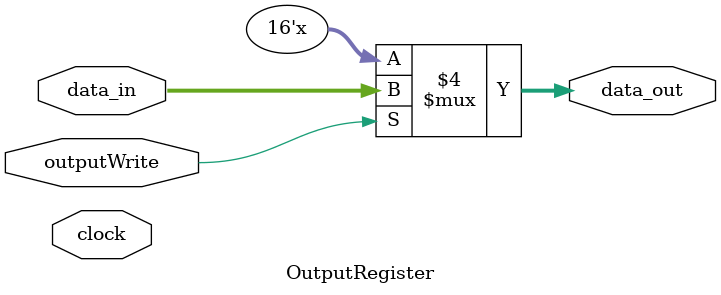
<source format=v>
`timescale 1ns / 1ps
module OutputRegister(
	 input [15:0] data_in,
	 input clock,
	 output reg [15:0] data_out,
	 input outputWrite
	 );
always @ (outputWrite)
begin
	if (outputWrite == 1) begin
		//$display("Output: %i", data_in);
		data_out = data_in;
	end
end

endmodule

</source>
